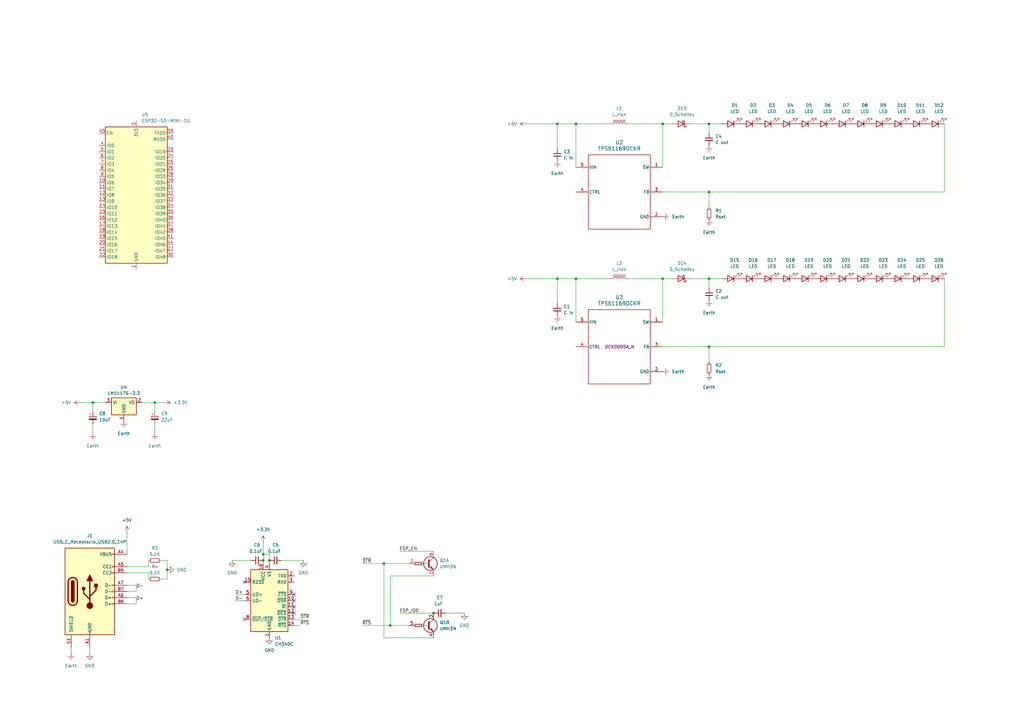
<source format=kicad_sch>
(kicad_sch (version 20231120) (generator "eeschema") (generator_version "8.0")
  (paper "A3")
  (lib_symbols
    (symbol "Connector:USB_C_Receptacle_USB2.0_14P" (pin_names (offset 1.016))
      (property "Reference" "J" (at 0 22.225 0))
      (property "Value" "USB_C_Receptacle_USB2.0_14P" (at 0 19.685 0))
      (symbol "USB_C_Receptacle_USB2.0_14P_0_0"
        (rectangle (start -0.254 -17.78) (end 0.254 -16.764))
        (rectangle (start 10.16 -4.826) (end 9.144 -5.334))
        (rectangle (start 10.16 -2.286) (end 9.144 -2.794))
        (rectangle (start 10.16 0.254) (end 9.144 -0.254))
        (rectangle (start 10.16 2.794) (end 9.144 2.286))
        (rectangle (start 10.16 7.874) (end 9.144 7.366))
        (rectangle (start 10.16 10.414) (end 9.144 9.906))
        (rectangle (start 10.16 15.494) (end 9.144 14.986))
      )
      (symbol "USB_C_Receptacle_USB2.0_14P_0_1"
        (rectangle (start -10.16 17.78) (end 10.16 -17.78) (stroke (width 0.254)) (fill (type background)))
        (arc (start -8.89 -3.81) (mid -6.985 -5.7067) (end -5.08 -3.81) (stroke (width 0.508)))
        (arc (start -7.62 -3.81) (mid -6.985 -4.4423) (end -6.35 -3.81) (stroke (width 0.254)))
        (arc (start -7.62 -3.81) (mid -6.985 -4.4423) (end -6.35 -3.81) (stroke (width 0.254)) (fill (type outline)))
        (rectangle (start -7.62 -3.81) (end -6.35 3.81) (stroke (width 0.254)) (fill (type outline)))
        (arc (start -6.35 3.81) (mid -6.985 4.4423) (end -7.62 3.81) (stroke (width 0.254)))
        (arc (start -6.35 3.81) (mid -6.985 4.4423) (end -7.62 3.81) (stroke (width 0.254)) (fill (type outline)))
        (arc (start -5.08 3.81) (mid -6.985 5.7067) (end -8.89 3.81) (stroke (width 0.508)))
        (circle (center -2.54 1.143) (radius 0.635) (stroke (width 0.254)) (fill (type outline)))
        (circle (center 0 -5.842) (radius 1.27) (fill (type outline)))
        (polyline (pts (xy -8.89 -3.81) (xy -8.89 3.81)) (stroke (width 0.508)))
        (polyline (pts (xy -5.08 3.81) (xy -5.08 -3.81)) (stroke (width 0.508)))
        (polyline (pts (xy 0 -5.842) (xy 0 4.318)) (stroke (width 0.508)))
        (polyline (pts (xy 0 -3.302) (xy -2.54 -0.762) (xy -2.54 0.508)) (stroke (width 0.508)))
        (polyline (pts (xy 0 -2.032) (xy 2.54 0.508) (xy 2.54 1.778)) (stroke (width 0.508)))
        (polyline (pts (xy -1.27 4.318) (xy 0 6.858) (xy 1.27 4.318) (xy -1.27 4.318)) (stroke (width 0.254)) (fill (type outline)))
        (rectangle (start 1.905 1.778) (end 3.175 3.048) (stroke (width 0.254)) (fill (type outline)))
      )
      (symbol "USB_C_Receptacle_USB2.0_14P_1_1"
        (pin passive line (at 0 -22.86 90) (length 5.08) (name "GND") (number "A1"))
        (pin passive line (at 0 -22.86 90) (length 5.08) hide (name "GND") (number "A12"))
        (pin passive line (at 15.24 15.24 180) (length 5.08) (name "VBUS") (number "A4"))
        (pin bidirectional line (at 15.24 10.16 180) (length 5.08) (name "CC1") (number "A5"))
        (pin bidirectional line (at 15.24 -2.54 180) (length 5.08) (name "D+") (number "A6"))
        (pin bidirectional line (at 15.24 2.54 180) (length 5.08) (name "D-") (number "A7"))
        (pin passive line (at 15.24 15.24 180) (length 5.08) hide (name "VBUS") (number "A9"))
        (pin passive line (at 0 -22.86 90) (length 5.08) hide (name "GND") (number "B1"))
        (pin passive line (at 0 -22.86 90) (length 5.08) hide (name "GND") (number "B12"))
        (pin passive line (at 15.24 15.24 180) (length 5.08) hide (name "VBUS") (number "B4"))
        (pin bidirectional line (at 15.24 7.62 180) (length 5.08) (name "CC2") (number "B5"))
        (pin bidirectional line (at 15.24 -5.08 180) (length 5.08) (name "D+") (number "B6"))
        (pin bidirectional line (at 15.24 0 180) (length 5.08) (name "D-") (number "B7"))
        (pin passive line (at 15.24 15.24 180) (length 5.08) hide (name "VBUS") (number "B9"))
        (pin passive line (at -7.62 -22.86 90) (length 5.08) (name "SHIELD") (number "S1"))
      )
    )
    (symbol "Device:C_Polarized_Small" (pin_numbers hide) (pin_names (offset 0.254) hide)
      (property "Reference" "C" (at 0.254 1.778 0))
      (property "Value" "C_Polarized_Small" (at 0.254 -2.032 0))
      (symbol "C_Polarized_Small_0_1"
        (rectangle (start -1.524 -0.3048) (end 1.524 -0.6858) (fill (type outline)))
        (rectangle (start -1.524 0.6858) (end 1.524 0.3048))
        (polyline (pts (xy -1.27 1.524) (xy -0.762 1.524)))
        (polyline (pts (xy -1.016 1.27) (xy -1.016 1.778)))
      )
      (symbol "C_Polarized_Small_1_1"
        (pin passive line (at 0 2.54 270) (length 1.8542) (name "~") (number "1"))
        (pin passive line (at 0 -2.54 90) (length 1.8542) (name "~") (number "2"))
      )
    )
    (symbol "Device:C_Small" (pin_numbers hide) (pin_names (offset 0.254) hide)
      (property "Reference" "C" (at 0.254 1.778 0))
      (property "Value" "C_Small" (at 0.254 -2.032 0))
      (symbol "C_Small_0_1"
        (polyline (pts (xy -1.524 -0.508) (xy 1.524 -0.508)) (stroke (width 0.3302)))
        (polyline (pts (xy -1.524 0.508) (xy 1.524 0.508)) (stroke (width 0.3048)))
      )
      (symbol "C_Small_1_1"
        (pin passive line (at 0 2.54 270) (length 2.032) (name "~") (number "1"))
        (pin passive line (at 0 -2.54 90) (length 2.032) (name "~") (number "2"))
      )
    )
    (symbol "Device:D_Schottky" (pin_numbers hide) (pin_names (offset 1.016) hide)
      (property "Reference" "D" (at 0 2.54 0))
      (property "Value" "D_Schottky" (at 0 -2.54 0))
      (symbol "D_Schottky_0_1"
        (polyline (pts (xy 1.27 0) (xy -1.27 0)))
        (polyline (pts (xy 1.27 1.27) (xy 1.27 -1.27) (xy -1.27 0) (xy 1.27 1.27)) (stroke (width 0.254)))
        (polyline (pts (xy -1.905 0.635) (xy -1.905 1.27) (xy -1.27 1.27) (xy -1.27 -1.27) (xy -0.635 -1.27) (xy -0.635 -0.635)) (stroke (width 0.254)))
      )
      (symbol "D_Schottky_1_1"
        (pin passive line (at -3.81 0 0) (length 2.54) (name "K") (number "1"))
        (pin passive line (at 3.81 0 180) (length 2.54) (name "A") (number "2"))
      )
    )
    (symbol "Device:LED" (pin_numbers hide) (pin_names (offset 1.016) hide)
      (property "Reference" "D" (at 0 2.54 0))
      (property "Value" "LED" (at 0 -2.54 0))
      (symbol "LED_0_1"
        (polyline (pts (xy -1.27 -1.27) (xy -1.27 1.27)) (stroke (width 0.254)))
        (polyline (pts (xy -1.27 0) (xy 1.27 0)))
        (polyline (pts (xy 1.27 -1.27) (xy 1.27 1.27) (xy -1.27 0) (xy 1.27 -1.27)) (stroke (width 0.254)))
        (polyline (pts (xy -3.048 -0.762) (xy -4.572 -2.286) (xy -3.81 -2.286) (xy -4.572 -2.286) (xy -4.572 -1.524)))
        (polyline (pts (xy -1.778 -0.762) (xy -3.302 -2.286) (xy -2.54 -2.286) (xy -3.302 -2.286) (xy -3.302 -1.524)))
      )
      (symbol "LED_1_1"
        (pin passive line (at -3.81 0 0) (length 2.54) (name "K") (number "1"))
        (pin passive line (at 3.81 0 180) (length 2.54) (name "A") (number "2"))
      )
    )
    (symbol "Device:L_Iron" (pin_numbers hide) (pin_names (offset 1.016) hide)
      (property "Reference" "L" (at -1.27 0 90))
      (property "Value" "L_Iron" (at 2.794 0 90))
      (symbol "L_Iron_0_1"
        (arc (start 0 -2.54) (mid 0.6323 -1.905) (end 0 -1.27))
        (arc (start 0 -1.27) (mid 0.6323 -0.635) (end 0 0))
        (polyline (pts (xy 1.016 2.54) (xy 1.016 -2.54)))
        (polyline (pts (xy 1.524 -2.54) (xy 1.524 2.54)))
        (arc (start 0 0) (mid 0.6323 0.635) (end 0 1.27))
        (arc (start 0 1.27) (mid 0.6323 1.905) (end 0 2.54))
      )
      (symbol "L_Iron_1_1"
        (pin passive line (at 0 3.81 270) (length 1.27) (name "1") (number "1"))
        (pin passive line (at 0 -3.81 90) (length 1.27) (name "2") (number "2"))
      )
    )
    (symbol "Device:R_Small" (pin_numbers hide) (pin_names (offset 0.254) hide)
      (property "Reference" "R" (at 0.762 0.508 0))
      (property "Value" "R_Small" (at 0.762 -1.016 0))
      (symbol "R_Small_0_1"
        (rectangle (start -0.762 1.778) (end 0.762 -1.778) (stroke (width 0.2032)))
      )
      (symbol "R_Small_1_1"
        (pin passive line (at 0 2.54 270) (length 0.762) (name "~") (number "1"))
        (pin passive line (at 0 -2.54 90) (length 0.762) (name "~") (number "2"))
      )
    )
    (symbol "Interface_USB:CH340C"
      (property "Reference" "U" (at -5.08 13.97 0))
      (property "Value" "CH340C" (at 1.27 13.97 0))
      (symbol "CH340C_0_1"
        (rectangle (start -7.62 12.7) (end 7.62 -12.7) (stroke (width 0.254)) (fill (type background)))
      )
      (symbol "CH340C_1_1"
        (pin power_in line (at 0 -15.24 90) (length 2.54) (name "GND") (number "1"))
        (pin input line (at 10.16 0 180) (length 2.54) (name "~{DSR}") (number "10"))
        (pin input line (at 10.16 -2.54 180) (length 2.54) (name "~{RI}") (number "11"))
        (pin input line (at 10.16 -5.08 180) (length 2.54) (name "~{DCD}") (number "12"))
        (pin output line (at 10.16 -7.62 180) (length 2.54) (name "~{DTR}") (number "13"))
        (pin output line (at 10.16 -10.16 180) (length 2.54) (name "~{RTS}") (number "14"))
        (pin input line (at -10.16 7.62 0) (length 2.54) (name "R232") (number "15"))
        (pin power_in line (at -2.54 15.24 270) (length 2.54) (name "VCC") (number "16"))
        (pin output line (at 10.16 10.16 180) (length 2.54) (name "TXD") (number "2"))
        (pin input line (at 10.16 7.62 180) (length 2.54) (name "RXD") (number "3"))
        (pin power_out line (at 0 15.24 270) (length 2.54) (name "V3") (number "4"))
        (pin bidirectional line (at -10.16 2.54 0) (length 2.54) (name "UD+") (number "5"))
        (pin bidirectional line (at -10.16 0 0) (length 2.54) (name "UD-") (number "6"))
        (pin no_connect line (at -7.62 -5.08 0) (length 2.54) hide (name "NC") (number "7"))
        (pin output line (at -10.16 -7.62 0) (length 2.54) (name "~{OUT}/~{DTR}") (number "8"))
        (pin input line (at 10.16 2.54 180) (length 2.54) (name "~{CTS}") (number "9"))
      )
    )
    (symbol "MCU_Espressif:ESP32-S3-MINI-1U"
      (property "Reference" "U" (at -11.43 29.21 0))
      (property "Value" "ESP32-S3-MINI-1U" (at 12.7 29.21 0))
      (symbol "ESP32-S3-MINI-1U_0_1"
        (rectangle (start -12.7 27.94) (end 12.7 -27.94) (stroke (width 0.254)) (fill (type background)))
      )
      (symbol "ESP32-S3-MINI-1U_1_1"
        (pin power_in line (at 0 -30.48 90) (length 2.54) (name "GND") (number "1"))
        (pin bidirectional line (at -15.24 5.08 0) (length 2.54) (name "IO6") (number "10"))
        (pin bidirectional line (at -15.24 2.54 0) (length 2.54) (name "IO7") (number "11"))
        (pin bidirectional line (at -15.24 0 0) (length 2.54) (name "IO8") (number "12"))
        (pin bidirectional line (at -15.24 -2.54 0) (length 2.54) (name "IO9") (number "13"))
        (pin bidirectional line (at -15.24 -5.08 0) (length 2.54) (name "IO10") (number "14"))
        (pin bidirectional line (at -15.24 -7.62 0) (length 2.54) (name "IO11") (number "15"))
        (pin bidirectional line (at -15.24 -10.16 0) (length 2.54) (name "IO12") (number "16"))
        (pin bidirectional line (at -15.24 -12.7 0) (length 2.54) (name "IO13") (number "17"))
        (pin bidirectional line (at -15.24 -15.24 0) (length 2.54) (name "IO14") (number "18"))
        (pin bidirectional line (at -15.24 -17.78 0) (length 2.54) (name "IO15") (number "19"))
        (pin passive line (at 0 -30.48 90) (length 2.54) hide (name "GND") (number "2"))
        (pin bidirectional line (at -15.24 -20.32 0) (length 2.54) (name "IO16") (number "20"))
        (pin bidirectional line (at -15.24 -22.86 0) (length 2.54) (name "IO17") (number "21"))
        (pin bidirectional line (at -15.24 -25.4 0) (length 2.54) (name "IO18") (number "22"))
        (pin bidirectional line (at 15.24 17.78 180) (length 2.54) (name "IO19") (number "23"))
        (pin bidirectional line (at 15.24 15.24 180) (length 2.54) (name "IO20") (number "24"))
        (pin bidirectional line (at 15.24 12.7 180) (length 2.54) (name "IO21") (number "25"))
        (pin bidirectional line (at 15.24 10.16 180) (length 2.54) (name "IO26") (number "26"))
        (pin bidirectional line (at 15.24 -22.86 180) (length 2.54) (name "IO47") (number "27"))
        (pin bidirectional line (at 15.24 7.62 180) (length 2.54) (name "IO33") (number "28"))
        (pin bidirectional line (at 15.24 5.08 180) (length 2.54) (name "IO34") (number "29"))
        (pin power_in line (at 0 30.48 270) (length 2.54) (name "3V3") (number "3"))
        (pin bidirectional line (at 15.24 -25.4 180) (length 2.54) (name "IO48") (number "30"))
        (pin bidirectional line (at 15.24 2.54 180) (length 2.54) (name "IO35") (number "31"))
        (pin bidirectional line (at 15.24 0 180) (length 2.54) (name "IO36") (number "32"))
        (pin bidirectional line (at 15.24 -2.54 180) (length 2.54) (name "IO37") (number "33"))
        (pin bidirectional line (at 15.24 -5.08 180) (length 2.54) (name "IO38") (number "34"))
        (pin bidirectional line (at 15.24 -7.62 180) (length 2.54) (name "IO39") (number "35"))
        (pin bidirectional line (at 15.24 -10.16 180) (length 2.54) (name "IO40") (number "36"))
        (pin bidirectional line (at 15.24 -12.7 180) (length 2.54) (name "IO41") (number "37"))
        (pin bidirectional line (at 15.24 -15.24 180) (length 2.54) (name "IO42") (number "38"))
        (pin bidirectional line (at 15.24 25.4 180) (length 2.54) (name "TXD0") (number "39"))
        (pin bidirectional line (at -15.24 20.32 0) (length 2.54) (name "IO0") (number "4"))
        (pin bidirectional line (at 15.24 22.86 180) (length 2.54) (name "RXD0") (number "40"))
        (pin bidirectional line (at 15.24 -17.78 180) (length 2.54) (name "IO45") (number "41"))
        (pin passive line (at 0 -30.48 90) (length 2.54) hide (name "GND") (number "42"))
        (pin passive line (at 0 -30.48 90) (length 2.54) hide (name "GND") (number "43"))
        (pin bidirectional line (at 15.24 -20.32 180) (length 2.54) (name "IO46") (number "44"))
        (pin input line (at -15.24 25.4 0) (length 2.54) (name "EN") (number "45"))
        (pin passive line (at 0 -30.48 90) (length 2.54) hide (name "GND") (number "46"))
        (pin passive line (at 0 -30.48 90) (length 2.54) hide (name "GND") (number "47"))
        (pin passive line (at 0 -30.48 90) (length 2.54) hide (name "GND") (number "48"))
        (pin passive line (at 0 -30.48 90) (length 2.54) hide (name "GND") (number "49"))
        (pin bidirectional line (at -15.24 17.78 0) (length 2.54) (name "IO1") (number "5"))
        (pin passive line (at 0 -30.48 90) (length 2.54) hide (name "GND") (number "50"))
        (pin passive line (at 0 -30.48 90) (length 2.54) hide (name "GND") (number "51"))
        (pin passive line (at 0 -30.48 90) (length 2.54) hide (name "GND") (number "52"))
        (pin passive line (at 0 -30.48 90) (length 2.54) hide (name "GND") (number "53"))
        (pin passive line (at 0 -30.48 90) (length 2.54) hide (name "GND") (number "54"))
        (pin passive line (at 0 -30.48 90) (length 2.54) hide (name "GND") (number "55"))
        (pin passive line (at 0 -30.48 90) (length 2.54) hide (name "GND") (number "56"))
        (pin passive line (at 0 -30.48 90) (length 2.54) hide (name "GND") (number "57"))
        (pin passive line (at 0 -30.48 90) (length 2.54) hide (name "GND") (number "58"))
        (pin passive line (at 0 -30.48 90) (length 2.54) hide (name "GND") (number "59"))
        (pin bidirectional line (at -15.24 15.24 0) (length 2.54) (name "IO2") (number "6"))
        (pin passive line (at 0 -30.48 90) (length 2.54) hide (name "GND") (number "60"))
        (pin passive line (at 0 -30.48 90) (length 2.54) hide (name "GND") (number "61"))
        (pin passive line (at 0 -30.48 90) (length 2.54) hide (name "GND") (number "62"))
        (pin passive line (at 0 -30.48 90) (length 2.54) hide (name "GND") (number "63"))
        (pin passive line (at 0 -30.48 90) (length 2.54) hide (name "GND") (number "64"))
        (pin passive line (at 0 -30.48 90) (length 2.54) hide (name "GND") (number "65"))
        (pin bidirectional line (at -15.24 12.7 0) (length 2.54) (name "IO3") (number "7"))
        (pin bidirectional line (at -15.24 10.16 0) (length 2.54) (name "IO4") (number "8"))
        (pin bidirectional line (at -15.24 7.62 0) (length 2.54) (name "IO5") (number "9"))
      )
    )
    (symbol "Regulator_Linear:LM1117S-3.3"
      (property "Reference" "U" (at -3.81 3.175 0))
      (property "Value" "LM1117S-3.3" (at 0 3.175 0))
      (symbol "LM1117S-3.3_0_1"
        (rectangle (start -5.08 -5.08) (end 5.08 1.905) (stroke (width 0.254)) (fill (type background)))
      )
      (symbol "LM1117S-3.3_1_1"
        (pin power_in line (at 0 -7.62 90) (length 2.54) (name "GND") (number "1"))
        (pin power_out line (at 7.62 0 180) (length 2.54) (name "VO") (number "2"))
        (pin power_in line (at -7.62 0 0) (length 2.54) (name "VI") (number "3"))
      )
    )
    (symbol "TPS61169DCKR:TPS61169DCKR" (pin_names (offset 0.254))
      (property "Reference" "U" (at 0 2.54 0))
      (property "Value" "TPS61169DCKR" (at 0 0 0))
      (symbol "TPS61169DCKR_0_1"
        (polyline (pts (xy -12.7 -15.24) (xy 12.7 -15.24)) (stroke (width 0.2032)))
        (polyline (pts (xy -12.7 15.24) (xy -12.7 -15.24)) (stroke (width 0.2032)))
        (polyline (pts (xy 12.7 -15.24) (xy 12.7 15.24)) (stroke (width 0.2032)))
        (polyline (pts (xy 12.7 15.24) (xy -12.7 15.24)) (stroke (width 0.2032)))
        (pin power_in line (at 17.78 10.16 180) (length 5.08) (name "SW") (number "1"))
        (pin power_in line (at 17.78 -10.16 180) (length 5.08) (name "GND") (number "2"))
        (pin input line (at 17.78 0 180) (length 5.08) (name "FB") (number "3"))
        (pin input line (at -17.78 0 0) (length 5.08) (name "CTRL") (number "4"))
        (pin power_in line (at -17.78 10.16 0) (length 5.08) (name "VIN") (number "5"))
      )
    )
    (symbol "Transistor_BJT:UMH3N" (pin_names hide)
      (property "Reference" "Q" (at 7.62 1.27 0))
      (property "Value" "UMH3N" (at 7.62 -1.27 0))
      (symbol "UMH3N_0_1"
        (polyline (pts (xy 3.175 0) (xy 0.254 0)))
        (polyline (pts (xy 3.175 0.635) (xy 5.08 2.54)))
        (polyline (pts (xy 3.175 1.524) (xy 3.175 -1.524)) (stroke (width 0.508)))
        (polyline (pts (xy 3.175 -0.635) (xy 5.08 -2.54) (xy 5.08 -2.54)))
        (polyline (pts (xy 3.81 -1.778) (xy 4.318 -1.27) (xy 4.826 -2.286) (xy 3.81 -1.778) (xy 3.81 -1.778)) (fill (type outline)))
        (rectangle (start 0.254 0.508) (end -2.54 -0.508) (stroke (width 0.254)))
        (circle (center 3.81 0) (radius 2.8194) (stroke (width 0.254)))
      )
      (symbol "UMH3N_1_1"
        (pin passive line (at 5.08 -5.08 90) (length 2.54) (name "E1") (number "1"))
        (pin input line (at -5.08 0 0) (length 2.54) (name "B1") (number "2"))
        (pin passive line (at 5.08 5.08 270) (length 2.54) (name "C1") (number "6"))
      )
      (symbol "UMH3N_2_1"
        (pin passive line (at 5.08 5.08 270) (length 2.54) (name "C2") (number "3"))
        (pin passive line (at 5.08 -5.08 90) (length 2.54) (name "E2") (number "4"))
        (pin input line (at -5.08 0 0) (length 2.54) (name "B2") (number "5"))
      )
    )
    (symbol "power:+3.3V" (power) (pin_numbers hide) (pin_names (offset 0) hide)
      (property "Value" "+3.3V" (at 0 3.556 0))
      (symbol "+3.3V_0_1"
        (polyline (pts (xy -0.762 1.27) (xy 0 2.54)))
        (polyline (pts (xy 0 0) (xy 0 2.54)))
        (polyline (pts (xy 0 2.54) (xy 0.762 1.27)))
      )
      (symbol "+3.3V_1_1"
        (pin power_in line (at 0 0 90) (length 0) (name "~") (number "1"))
      )
    )
    (symbol "power:+5V" (power) (pin_numbers hide) (pin_names (offset 0) hide)
      (property "Value" "+5V" (at 0 3.556 0))
      (symbol "+5V_0_1"
        (polyline (pts (xy -0.762 1.27) (xy 0 2.54)))
        (polyline (pts (xy 0 0) (xy 0 2.54)))
        (polyline (pts (xy 0 2.54) (xy 0.762 1.27)))
      )
      (symbol "+5V_1_1"
        (pin power_in line (at 0 0 90) (length 0) (name "~") (number "1"))
      )
    )
    (symbol "power:Earth" (power) (pin_numbers hide) (pin_names (offset 0) hide)
      (property "Value" "Earth" (at 0 -3.81 0))
      (symbol "Earth_0_1"
        (polyline (pts (xy -0.635 -1.905) (xy 0.635 -1.905)))
        (polyline (pts (xy -0.127 -2.54) (xy 0.127 -2.54)))
        (polyline (pts (xy 0 -1.27) (xy 0 0)))
        (polyline (pts (xy 1.27 -1.27) (xy -1.27 -1.27)))
      )
      (symbol "Earth_1_1"
        (pin power_in line (at 0 0 270) (length 0) (name "~") (number "1"))
      )
    )
    (symbol "power:GND" (power) (pin_numbers hide) (pin_names (offset 0) hide)
      (property "Value" "GND" (at 0 -3.81 0))
      (symbol "GND_0_1"
        (polyline (pts (xy 0 0) (xy 0 -1.27) (xy 1.27 -1.27) (xy 0 -2.54) (xy -1.27 -1.27) (xy 0 -1.27)))
      )
      (symbol "GND_1_1"
        (pin power_in line (at 0 0 270) (length 0) (name "~") (number "1"))
      )
    )
  )
  (junction (at 236.22 114.3))
  (junction (at 290.83 78.74))
  (junction (at 110.49 229.87))
  (junction (at 271.78 50.8))
  (junction (at 290.83 50.8))
  (junction (at 38.1 165.1))
  (junction (at 157.48 231.14))
  (junction (at 177.8 251.46))
  (junction (at 271.78 114.3))
  (junction (at 290.83 114.3))
  (junction (at 107.95 227.33))
  (junction (at 107.95 229.87))
  (junction (at 236.22 50.8))
  (junction (at 160.02 256.54))
  (junction (at 68.58 233.68))
  (junction (at 290.83 142.24))
  (junction (at 228.6 114.3))
  (junction (at 63.5 165.1))
  (junction (at 228.6 50.8))
  (no_connect (at 120.65 243.84))
  (no_connect (at 120.65 251.46))
  (no_connect (at 120.65 248.92))
  (no_connect (at 100.33 254))
  (no_connect (at 100.33 238.76))
  (no_connect (at 120.65 246.38))
  (wire (pts (xy 163.83 251.46) (xy 177.8 251.46)))
  (wire (pts (xy 107.95 229.87) (xy 107.95 227.33)))
  (wire (pts (xy 68.58 229.87) (xy 68.58 233.68)))
  (wire (pts (xy 38.1 173.99) (xy 38.1 177.8)))
  (wire (pts (xy 63.5 165.1) (xy 63.5 168.91)))
  (wire (pts (xy 157.48 231.14) (xy 157.48 261.62)))
  (wire (pts (xy 120.65 254) (xy 123.19 254)))
  (wire (pts (xy 387.35 50.8) (xy 387.35 78.74)))
  (wire (pts (xy 387.35 78.74) (xy 290.83 78.74)))
  (wire (pts (xy 36.83 265.43) (xy 36.83 267.97)))
  (wire (pts (xy 215.9 114.3) (xy 228.6 114.3)))
  (wire (pts (xy 160.02 236.22) (xy 177.8 236.22)))
  (wire (pts (xy 228.6 114.3) (xy 228.6 124.46)))
  (wire (pts (xy 110.49 227.33) (xy 107.95 227.33)))
  (wire (pts (xy 96.52 246.38) (xy 100.33 246.38)))
  (wire (pts (xy 33.02 165.1) (xy 38.1 165.1)))
  (wire (pts (xy 38.1 165.1) (xy 38.1 168.91)))
  (wire (pts (xy 29.21 265.43) (xy 29.21 267.97)))
  (wire (pts (xy 236.22 68.58) (xy 236.22 50.8)))
  (wire (pts (xy 387.35 114.3) (xy 387.35 142.24)))
  (wire (pts (xy 60.96 234.95) (xy 60.96 237.49)))
  (wire (pts (xy 160.02 236.22) (xy 160.02 256.54)))
  (wire (pts (xy 290.83 50.8) (xy 290.83 54.61)))
  (wire (pts (xy 52.07 232.41) (xy 60.96 232.41)))
  (wire (pts (xy 228.6 50.8) (xy 236.22 50.8)))
  (wire (pts (xy 52.07 234.95) (xy 60.96 234.95)))
  (wire (pts (xy 63.5 165.1) (xy 58.42 165.1)))
  (wire (pts (xy 290.83 114.3) (xy 290.83 118.11)))
  (wire (pts (xy 290.83 78.74) (xy 290.83 85.09)))
  (wire (pts (xy 68.58 237.49) (xy 68.58 233.68)))
  (wire (pts (xy 387.35 142.24) (xy 290.83 142.24)))
  (wire (pts (xy 228.6 114.3) (xy 236.22 114.3)))
  (wire (pts (xy 163.83 226.06) (xy 177.8 226.06)))
  (wire (pts (xy 257.81 50.8) (xy 271.78 50.8)))
  (wire (pts (xy 215.9 50.8) (xy 228.6 50.8)))
  (wire (pts (xy 283.21 114.3) (xy 290.83 114.3)))
  (wire (pts (xy 52.07 240.03) (xy 55.88 240.03)))
  (wire (pts (xy 95.25 229.87) (xy 102.87 229.87)))
  (wire (pts (xy 67.31 165.1) (xy 63.5 165.1)))
  (wire (pts (xy 160.02 256.54) (xy 167.64 256.54)))
  (wire (pts (xy 290.83 50.8) (xy 295.91 50.8)))
  (wire (pts (xy 283.21 50.8) (xy 290.83 50.8)))
  (wire (pts (xy 157.48 231.14) (xy 167.64 231.14)))
  (wire (pts (xy 271.78 68.58) (xy 271.78 50.8)))
  (wire (pts (xy 290.83 142.24) (xy 290.83 148.59)))
  (wire (pts (xy 107.95 231.14) (xy 107.95 229.87)))
  (wire (pts (xy 290.83 114.3) (xy 295.91 114.3)))
  (wire (pts (xy 66.04 237.49) (xy 68.58 237.49)))
  (wire (pts (xy 182.88 251.46) (xy 190.5 251.46)))
  (wire (pts (xy 66.04 229.87) (xy 68.58 229.87)))
  (wire (pts (xy 236.22 50.8) (xy 250.19 50.8)))
  (wire (pts (xy 115.57 229.87) (xy 124.46 229.87)))
  (wire (pts (xy 257.81 114.3) (xy 271.78 114.3)))
  (wire (pts (xy 52.07 245.11) (xy 55.88 245.11)))
  (wire (pts (xy 55.88 240.03) (xy 55.88 242.57)))
  (wire (pts (xy 236.22 132.08) (xy 236.22 114.3)))
  (wire (pts (xy 271.78 132.08) (xy 271.78 114.3)))
  (wire (pts (xy 290.83 78.74) (xy 271.78 78.74)))
  (wire (pts (xy 107.95 227.33) (xy 107.95 222.25)))
  (wire (pts (xy 52.07 242.57) (xy 55.88 242.57)))
  (wire (pts (xy 52.07 247.65) (xy 55.88 247.65)))
  (wire (pts (xy 110.49 229.87) (xy 110.49 227.33)))
  (wire (pts (xy 96.52 243.84) (xy 100.33 243.84)))
  (wire (pts (xy 271.78 114.3) (xy 275.59 114.3)))
  (wire (pts (xy 148.59 231.14) (xy 157.48 231.14)))
  (wire (pts (xy 120.65 256.54) (xy 123.19 256.54)))
  (wire (pts (xy 110.49 231.14) (xy 110.49 229.87)))
  (wire (pts (xy 52.07 218.44) (xy 52.07 227.33)))
  (wire (pts (xy 38.1 165.1) (xy 43.18 165.1)))
  (wire (pts (xy 55.88 245.11) (xy 55.88 247.65)))
  (wire (pts (xy 157.48 261.62) (xy 177.8 261.62)))
  (wire (pts (xy 148.59 256.54) (xy 160.02 256.54)))
  (wire (pts (xy 271.78 50.8) (xy 275.59 50.8)))
  (wire (pts (xy 290.83 142.24) (xy 271.78 142.24)))
  (wire (pts (xy 236.22 114.3) (xy 250.19 114.3)))
  (wire (pts (xy 60.96 232.41) (xy 60.96 229.87)))
  (wire (pts (xy 63.5 173.99) (xy 63.5 177.8)))
  (wire (pts (xy 228.6 50.8) (xy 228.6 60.96)))
  (label "ESP_IO0" (at 163.83 251.46 0))
  (label "D-" (at 55.88 241.3 0))
  (label "~{RTS}" (at 123.19 256.54 0))
  (label "D+" (at 55.88 246.38 0))
  (label "~{DTR}" (at 123.19 254 0))
  (label "~{RTS}" (at 148.59 256.54 0))
  (label "D+" (at 96.52 243.84 0))
  (label "~{DTR}" (at 148.59 231.14 0))
  (label "ESP_EN" (at 163.83 226.06 0))
  (label "D-" (at 96.52 246.38 0))
  (symbol (lib_id "Device:LED") (at 383.54 50.8 180) (unit 1)
    (property "Reference" "D12" (at 385.1275 43.18 0))
    (property "Value" "LED" (at 385.1275 45.72 0))
    (property "Footprint" "LED_SMD:LED_SPMWHD32AMH0XAR0PR" (effects (hide yes)))
    (property "Description" "Light emitting diode" (effects (hide yes)))
  )
  (symbol (lib_id "Device:D_Schottky") (at 279.4 114.3 180) (unit 1)
    (property "Reference" "D14" (at 279.7175 107.95 0))
    (property "Value" "D_Schottky" (at 279.7175 110.49 0))
    (property "Description" "Schottky diode" (effects (hide yes)))
  )
  (symbol (lib_id "Device:LED") (at 375.92 50.8 180) (unit 1)
    (property "Reference" "D11" (at 377.5075 43.18 0))
    (property "Value" "LED" (at 377.5075 45.72 0))
    (property "Footprint" "LED_SMD:LED_SPMWHD32AMH0XAR0PR" (effects (hide yes)))
    (property "Description" "Light emitting diode" (effects (hide yes)))
  )
  (symbol (lib_id "Interface_USB:CH340C") (at 110.49 246.38 0) (unit 1)
    (property "Reference" "U1" (at 112.6841 261.62 0) (effects (justify left)))
    (property "Value" "CH340C" (at 112.6841 264.16 0) (effects (justify left)))
    (property "Footprint" "Package_SO:SOIC-16_3.9x9.9mm_P1.27mm" (effects (hide yes)))
    (property "Datasheet" "https://datasheet.lcsc.com/szlcsc/Jiangsu-Qin-Heng-CH340C_C84681.pdf" (effects (hide yes)))
    (property "Description" "USB serial converter, UART, SOIC-16" (effects (hide yes)))
  )
  (symbol (lib_id "Device:LED") (at 299.72 50.8 180) (unit 1)
    (property "Reference" "D1" (at 301.3075 43.18 0))
    (property "Value" "LED" (at 301.3075 45.72 0))
    (property "Footprint" "LED_SMD:LED_SPMWHD32AMH0XAR0PR" (effects (hide yes)))
    (property "Description" "Light emitting diode" (effects (hide yes)))
  )
  (symbol (lib_id "Device:C_Small") (at 105.41 229.87 90) (unit 1)
    (property "Reference" "C6" (at 105.4163 223.52 90))
    (property "Value" "0.1uF " (at 105.4163 226.06 90))
    (property "Description" "Unpolarized capacitor, small symbol" (effects (hide yes)))
  )
  (symbol (lib_id "Device:LED") (at 368.3 50.8 180) (unit 1)
    (property "Reference" "D10" (at 369.8875 43.18 0))
    (property "Value" "LED" (at 369.8875 45.72 0))
    (property "Footprint" "LED_SMD:LED_SPMWHD32AMH0XAR0PR" (effects (hide yes)))
    (property "Description" "Light emitting diode" (effects (hide yes)))
  )
  (symbol (lib_id "Device:C_Polarized_Small") (at 38.1 171.45 0) (unit 1)
    (property "Reference" "C8" (at 40.64 169.6338 0) (effects (justify left)))
    (property "Value" "10uF" (at 40.64 172.1738 0) (effects (justify left)))
    (property "Description" "Polarized capacitor, small symbol" (effects (hide yes)))
  )
  (symbol (lib_id "Device:LED") (at 314.96 50.8 180) (unit 1)
    (property "Reference" "D3" (at 316.5475 43.18 0))
    (property "Value" "LED" (at 316.5475 45.72 0))
    (property "Footprint" "LED_SMD:LED_SPMWHD32AMH0XAR0PR" (effects (hide yes)))
    (property "Description" "Light emitting diode" (effects (hide yes)))
  )
  (symbol (lib_id "Device:R_Small") (at 290.83 151.13 0) (unit 1)
    (property "Reference" "R2" (at 293.37 149.8599 0) (effects (justify left)))
    (property "Value" "Rset" (at 293.37 152.3999 0) (effects (justify left)))
    (property "Description" "Resistor, small symbol" (effects (hide yes)))
  )
  (symbol (lib_id "Device:LED") (at 307.34 114.3 180) (unit 1)
    (property "Reference" "D16" (at 308.9275 106.68 0))
    (property "Value" "LED" (at 308.9275 109.22 0))
    (property "Footprint" "LED_SMD:LED_SPMWHD32AMH0XAR0PR" (effects (hide yes)))
    (property "Description" "Light emitting diode" (effects (hide yes)))
  )
  (symbol (lib_id "Device:LED") (at 375.92 114.3 180) (unit 1)
    (property "Reference" "D25" (at 377.5075 106.68 0))
    (property "Value" "LED" (at 377.5075 109.22 0))
    (property "Footprint" "LED_SMD:LED_SPMWHD32AMH0XAR0PR" (effects (hide yes)))
    (property "Description" "Light emitting diode" (effects (hide yes)))
  )
  (symbol (lib_id "Device:LED") (at 337.82 114.3 180) (unit 1)
    (property "Reference" "D20" (at 339.4075 106.68 0))
    (property "Value" "LED" (at 339.4075 109.22 0))
    (property "Footprint" "LED_SMD:LED_SPMWHD32AMH0XAR0PR" (effects (hide yes)))
    (property "Description" "Light emitting diode" (effects (hide yes)))
  )
  (symbol (lib_id "power:GND") (at 95.25 229.87 0) (unit 1)
    (property "Reference" "#PWR018" (effects (hide yes)))
    (property "Value" "GND" (at 95.25 234.95 0))
    (property "Description" "Power symbol creates a global label with name \"GND\" , ground" (effects (hide yes)))
  )
  (symbol (lib_id "power:+3.3V") (at 107.95 222.25 0) (unit 1)
    (property "Reference" "#PWR01" (effects (hide yes)))
    (property "Value" "+3.3V" (at 107.95 217.17 0))
    (property "Description" "Power symbol creates a global label with name \"+3.3V\"" (effects (hide yes)))
  )
  (symbol (lib_id "Transistor_BJT:UMH3N") (at 172.72 256.54 0) (unit 2)
    (property "Reference" "Q1" (at 180.34 255.2699 0) (effects (justify left)))
    (property "Value" "UMH3N" (at 180.34 257.8099 0) (effects (justify left)))
    (property "Footprint" "Package_TO_SOT_SMD:SOT-363_SC-70-6" (effects (hide yes)))
    (property "Datasheet" "http://rohmfs.rohm.com/en/products/databook/datasheet/discrete/transistor/digital/emh3t2r-e.pdf" (effects (hide yes)))
    (property "Description" "0.1A Ic, 50V Vce, Dual NPN Input Resistor Transistors, SOT-363" (effects (hide yes)))
  )
  (symbol (lib_id "Connector:USB_C_Receptacle_USB2.0_14P") (at 36.83 242.57 0) (unit 1)
    (property "Reference" "J1" (at 36.83 219.71 0))
    (property "Value" "USB_C_Receptacle_USB2.0_14P" (at 36.83 222.25 0))
    (property "Footprint" "Connector_USB:USB_C_Receptacle_GCT_USB4105-xx-A_16P_TopMnt_Horizontal" (effects (hide yes)))
    (property "Datasheet" "https://www.usb.org/sites/default/files/documents/usb_type-c.zip" (effects (hide yes)))
    (property "Description" "USB 2.0-only 14P Type-C Receptacle connector" (effects (hide yes)))
  )
  (symbol (lib_id "power:Earth") (at 50.8 172.72 0) (unit 1)
    (property "Reference" "#PWR022" (effects (hide yes)))
    (property "Value" "Earth" (at 50.8 177.8 0))
    (property "Description" "Power symbol creates a global label with name \"Earth\"" (effects (hide yes)))
  )
  (symbol (lib_id "power:Earth") (at 271.78 88.9 90) (unit 1)
    (property "Reference" "#PWR04" (effects (hide yes)))
    (property "Value" "Earth" (at 275.59 88.8999 90) (effects (justify right)))
    (property "Description" "Power symbol creates a global label with name \"Earth\"" (effects (hide yes)))
  )
  (symbol (lib_id "Device:LED") (at 345.44 50.8 180) (unit 1)
    (property "Reference" "D7" (at 347.0275 43.18 0))
    (property "Value" "LED" (at 347.0275 45.72 0))
    (property "Footprint" "LED_SMD:LED_SPMWHD32AMH0XAR0PR" (effects (hide yes)))
    (property "Description" "Light emitting diode" (effects (hide yes)))
  )
  (symbol (lib_id "Device:LED") (at 330.2 114.3 180) (unit 1)
    (property "Reference" "D19" (at 331.7875 106.68 0))
    (property "Value" "LED" (at 331.7875 109.22 0))
    (property "Footprint" "LED_SMD:LED_SPMWHD32AMH0XAR0PR" (effects (hide yes)))
    (property "Description" "Light emitting diode" (effects (hide yes)))
  )
  (symbol (lib_id "power:Earth") (at 63.5 177.8 0) (unit 1)
    (property "Reference" "#PWR024" (effects (hide yes)))
    (property "Value" "Earth" (at 63.5 182.88 0))
    (property "Description" "Power symbol creates a global label with name \"Earth\"" (effects (hide yes)))
  )
  (symbol (lib_id "power:Earth") (at 290.83 59.69 0) (unit 1)
    (property "Reference" "#PWR05" (effects (hide yes)))
    (property "Value" "Earth" (at 290.83 64.77 0))
    (property "Description" "Power symbol creates a global label with name \"Earth\"" (effects (hide yes)))
  )
  (symbol (lib_id "Device:C_Small") (at 228.6 127 0) (unit 1)
    (property "Reference" "C1" (at 231.14 125.7362 0) (effects (justify left)))
    (property "Value" "C in" (at 231.14 128.2762 0) (effects (justify left)))
    (property "Description" "Unpolarized capacitor, small symbol" (effects (hide yes)))
  )
  (symbol (lib_id "power:Earth") (at 38.1 177.8 0) (unit 1)
    (property "Reference" "#PWR023" (effects (hide yes)))
    (property "Value" "Earth" (at 38.1 182.88 0))
    (property "Description" "Power symbol creates a global label with name \"Earth\"" (effects (hide yes)))
  )
  (symbol (lib_id "Device:L_Iron") (at 254 114.3 90) (unit 1)
    (property "Reference" "L2" (at 254 107.95 90))
    (property "Value" "L_Iron" (at 254 110.49 90))
    (property "Description" "Inductor with iron core" (effects (hide yes)))
  )
  (symbol (lib_id "power:+5V") (at 215.9 50.8 90) (unit 1)
    (property "Reference" "#PWR07" (effects (hide yes)))
    (property "Value" "+5V" (at 212.09 50.7999 90) (effects (justify left)))
    (property "Description" "Power symbol creates a global label with name \"+5V\"" (effects (hide yes)))
  )
  (symbol (lib_id "Device:C_Polarized_Small") (at 63.5 171.45 0) (unit 1)
    (property "Reference" "C9" (at 66.04 169.6338 0) (effects (justify left)))
    (property "Value" "22uF" (at 66.04 172.1738 0) (effects (justify left)))
    (property "Description" "Polarized capacitor, small symbol" (effects (hide yes)))
  )
  (symbol (lib_id "Device:LED") (at 322.58 50.8 180) (unit 1)
    (property "Reference" "D4" (at 324.1675 43.18 0))
    (property "Value" "LED" (at 324.1675 45.72 0))
    (property "Footprint" "LED_SMD:LED_SPMWHD32AMH0XAR0PR" (effects (hide yes)))
    (property "Description" "Light emitting diode" (effects (hide yes)))
  )
  (symbol (lib_id "Device:LED") (at 360.68 114.3 180) (unit 1)
    (property "Reference" "D23" (at 362.2675 106.68 0))
    (property "Value" "LED" (at 362.2675 109.22 0))
    (property "Footprint" "LED_SMD:LED_SPMWHD32AMH0XAR0PR" (effects (hide yes)))
    (property "Description" "Light emitting diode" (effects (hide yes)))
  )
  (symbol (lib_id "Device:LED") (at 314.96 114.3 180) (unit 1)
    (property "Reference" "D17" (at 316.5475 106.68 0))
    (property "Value" "LED" (at 316.5475 109.22 0))
    (property "Footprint" "LED_SMD:LED_SPMWHD32AMH0XAR0PR" (effects (hide yes)))
    (property "Description" "Light emitting diode" (effects (hide yes)))
  )
  (symbol (lib_id "Device:L_Iron") (at 254 50.8 90) (unit 1)
    (property "Reference" "L1" (at 254 44.45 90))
    (property "Value" "L_Iron" (at 254 46.99 90))
    (property "Description" "Inductor with iron core" (effects (hide yes)))
  )
  (symbol (lib_id "power:Earth") (at 228.6 129.54 0) (unit 1)
    (property "Reference" "#PWR014" (effects (hide yes)))
    (property "Value" "Earth" (at 228.6 134.62 0))
    (property "Description" "Power symbol creates a global label with name \"Earth\"" (effects (hide yes)))
  )
  (symbol (lib_id "Device:LED") (at 353.06 50.8 180) (unit 1)
    (property "Reference" "D8" (at 354.6475 43.18 0))
    (property "Value" "LED" (at 354.6475 45.72 0))
    (property "Footprint" "LED_SMD:LED_SPMWHD32AMH0XAR0PR" (effects (hide yes)))
    (property "Description" "Light emitting diode" (effects (hide yes)))
  )
  (symbol (lib_id "Device:R_Small") (at 290.83 87.63 0) (unit 1)
    (property "Reference" "R1" (at 293.37 86.3599 0) (effects (justify left)))
    (property "Value" "Rset" (at 293.37 88.8999 0) (effects (justify left)))
    (property "Description" "Resistor, small symbol" (effects (hide yes)))
  )
  (symbol (lib_id "Device:LED") (at 299.72 114.3 180) (unit 1)
    (property "Reference" "D15" (at 301.3075 106.68 0))
    (property "Value" "LED" (at 301.3075 109.22 0))
    (property "Footprint" "LED_SMD:LED_SPMWHD32AMH0XAR0PR" (effects (hide yes)))
    (property "Description" "Light emitting diode" (effects (hide yes)))
  )
  (symbol (lib_id "Transistor_BJT:UMH3N") (at 172.72 231.14 0) (unit 1)
    (property "Reference" "Q1" (at 180.34 229.8699 0) (effects (justify left)))
    (property "Value" "UMH3N" (at 180.34 232.4099 0) (effects (justify left)))
    (property "Footprint" "Package_TO_SOT_SMD:SOT-363_SC-70-6" (effects (hide yes)))
    (property "Datasheet" "http://rohmfs.rohm.com/en/products/databook/datasheet/discrete/transistor/digital/emh3t2r-e.pdf" (effects (hide yes)))
    (property "Description" "0.1A Ic, 50V Vce, Dual NPN Input Resistor Transistors, SOT-363" (effects (hide yes)))
  )
  (symbol (lib_id "power:GND") (at 68.58 233.68 90) (unit 1)
    (property "Reference" "#PWR010" (effects (hide yes)))
    (property "Value" "GND" (at 72.39 233.6799 90) (effects (justify right)))
    (property "Description" "Power symbol creates a global label with name \"GND\" , ground" (effects (hide yes)))
  )
  (symbol (lib_id "power:Earth") (at 290.83 123.19 0) (unit 1)
    (property "Reference" "#PWR016" (effects (hide yes)))
    (property "Value" "Earth" (at 290.83 128.27 0))
    (property "Description" "Power symbol creates a global label with name \"Earth\"" (effects (hide yes)))
  )
  (symbol (lib_id "Device:C_Small") (at 290.83 120.65 0) (unit 1)
    (property "Reference" "C2" (at 293.37 119.3862 0) (effects (justify left)))
    (property "Value" "C out" (at 293.37 121.9262 0) (effects (justify left)))
    (property "Description" "Unpolarized capacitor, small symbol" (effects (hide yes)))
  )
  (symbol (lib_id "power:Earth") (at 290.83 90.17 0) (unit 1)
    (property "Reference" "#PWR06" (effects (hide yes)))
    (property "Value" "Earth" (at 290.83 95.25 0))
    (property "Description" "Power symbol creates a global label with name \"Earth\"" (effects (hide yes)))
  )
  (symbol (lib_id "Device:R_Small") (at 63.5 237.49 90) (unit 1)
    (property "Reference" "R4" (at 63.5 232.41 90))
    (property "Value" "5.1K" (at 63.5 234.95 90))
    (property "Description" "Resistor, small symbol" (effects (hide yes)))
  )
  (symbol (lib_id "power:Earth") (at 228.6 66.04 0) (unit 1)
    (property "Reference" "#PWR08" (effects (hide yes)))
    (property "Value" "Earth" (at 228.6 71.12 0))
    (property "Description" "Power symbol creates a global label with name \"Earth\"" (effects (hide yes)))
  )
  (symbol (lib_id "Device:LED") (at 345.44 114.3 180) (unit 1)
    (property "Reference" "D21" (at 347.0275 106.68 0))
    (property "Value" "LED" (at 347.0275 109.22 0))
    (property "Footprint" "LED_SMD:LED_SPMWHD32AMH0XAR0PR" (effects (hide yes)))
    (property "Description" "Light emitting diode" (effects (hide yes)))
  )
  (symbol (lib_id "TPS61169DCKR:TPS61169DCKR") (at 254 78.74 0) (unit 1)
    (property "Reference" "U2" (at 254 58.42 0) (effects (font (size 1.524 1.524))))
    (property "Value" "TPS61169DCKR" (at 254 60.96 0) (effects (font (size 1.524 1.524))))
    (property "Footprint" "DCK0005A_N" (effects (hide yes)))
    (property "Datasheet" "TPS61169DCKR" (effects (hide yes)))
  )
  (symbol (lib_id "Device:LED") (at 383.54 114.3 180) (unit 1)
    (property "Reference" "D26" (at 385.1275 106.68 0))
    (property "Value" "LED" (at 385.1275 109.22 0))
    (property "Footprint" "LED_SMD:LED_SPMWHD32AMH0XAR0PR" (effects (hide yes)))
    (property "Description" "Light emitting diode" (effects (hide yes)))
  )
  (symbol (lib_id "Device:LED") (at 307.34 50.8 180) (unit 1)
    (property "Reference" "D2" (at 308.9275 43.18 0))
    (property "Value" "LED" (at 308.9275 45.72 0))
    (property "Footprint" "LED_SMD:LED_SPMWHD32AMH0XAR0PR" (effects (hide yes)))
    (property "Description" "Light emitting diode" (effects (hide yes)))
  )
  (symbol (lib_id "Device:C_Small") (at 290.83 57.15 0) (unit 1)
    (property "Reference" "C4" (at 293.37 55.8862 0) (effects (justify left)))
    (property "Value" "C out" (at 293.37 58.4262 0) (effects (justify left)))
    (property "Description" "Unpolarized capacitor, small symbol" (effects (hide yes)))
  )
  (symbol (lib_id "Regulator_Linear:LM1117S-3.3") (at 50.8 165.1 0) (unit 1)
    (property "Reference" "U4" (at 50.8 158.75 0))
    (property "Value" "LM1117S-3.3" (at 50.8 161.29 0))
    (property "Footprint" "Package_TO_SOT_SMD:TO-263-3_TabPin2" (effects (hide yes)))
    (property "Datasheet" "http://www.ti.com/lit/ds/symlink/lm1117.pdf" (effects (hide yes)))
    (property "Description" "800mA Low-Dropout Linear Regulator, 3.3V fixed output, TO-263" (effects (hide yes)))
  )
  (symbol (lib_id "Device:LED") (at 368.3 114.3 180) (unit 1)
    (property "Reference" "D24" (at 369.8875 106.68 0))
    (property "Value" "LED" (at 369.8875 109.22 0))
    (property "Footprint" "LED_SMD:LED_SPMWHD32AMH0XAR0PR" (effects (hide yes)))
    (property "Description" "Light emitting diode" (effects (hide yes)))
  )
  (symbol (lib_id "Device:C_Small") (at 228.6 63.5 0) (unit 1)
    (property "Reference" "C3" (at 231.14 62.2362 0) (effects (justify left)))
    (property "Value" "C in" (at 231.14 64.7762 0) (effects (justify left)))
    (property "Description" "Unpolarized capacitor, small symbol" (effects (hide yes)))
  )
  (symbol (lib_id "power:GND") (at 110.49 261.62 0) (unit 1)
    (property "Reference" "#PWR011" (effects (hide yes)))
    (property "Value" "GND" (at 110.49 266.7 0))
    (property "Description" "Power symbol creates a global label with name \"GND\" , ground" (effects (hide yes)))
  )
  (symbol (lib_id "power:Earth") (at 290.83 153.67 0) (unit 1)
    (property "Reference" "#PWR017" (effects (hide yes)))
    (property "Value" "Earth" (at 290.83 158.75 0))
    (property "Description" "Power symbol creates a global label with name \"Earth\"" (effects (hide yes)))
  )
  (symbol (lib_id "Device:LED") (at 330.2 50.8 180) (unit 1)
    (property "Reference" "D5" (at 331.7875 43.18 0))
    (property "Value" "LED" (at 331.7875 45.72 0))
    (property "Footprint" "LED_SMD:LED_SPMWHD32AMH0XAR0PR" (effects (hide yes)))
    (property "Description" "Light emitting diode" (effects (hide yes)))
  )
  (symbol (lib_id "TPS61169DCKR:TPS61169DCKR") (at 254 142.24 0) (unit 1)
    (property "Reference" "U3" (at 254 121.92 0) (effects (font (size 1.524 1.524))))
    (property "Value" "TPS61169DCKR" (at 254 124.46 0) (effects (font (size 1.524 1.524))))
    (property "Footprint" "DCK0005A_N" (at 254 142.24 0) (effects (font (italic yes))))
    (property "Datasheet" "TPS61169DCKR" (effects (hide yes)))
  )
  (symbol (lib_id "power:Earth") (at 271.78 152.4 90) (unit 1)
    (property "Reference" "#PWR015" (effects (hide yes)))
    (property "Value" "Earth" (at 275.59 152.3999 90) (effects (justify right)))
    (property "Description" "Power symbol creates a global label with name \"Earth\"" (effects (hide yes)))
  )
  (symbol (lib_id "power:GND") (at 36.83 267.97 0) (unit 1)
    (property "Reference" "#PWR012" (effects (hide yes)))
    (property "Value" "GND" (at 36.83 273.05 0))
    (property "Description" "Power symbol creates a global label with name \"GND\" , ground" (effects (hide yes)))
  )
  (symbol (lib_id "power:GND") (at 124.46 229.87 0) (unit 1)
    (property "Reference" "#PWR02" (effects (hide yes)))
    (property "Value" "GND" (at 124.46 234.95 0))
    (property "Description" "Power symbol creates a global label with name \"GND\" , ground" (effects (hide yes)))
  )
  (symbol (lib_id "MCU_Espressif:ESP32-S3-MINI-1U") (at 55.88 80.01 0) (unit 1)
    (property "Reference" "U5" (at 58.0741 46.99 0) (effects (justify left)))
    (property "Value" "ESP32-S3-MINI-1U" (at 58.0741 49.53 0) (effects (justify left)))
    (property "Footprint" "RF_Module:ESP32-S2-MINI-1U" (effects (hide yes)))
    (property "Datasheet" "https://www.espressif.com/sites/default/files/documentation/esp32-s3-mini-1_mini-1u_datasheet_en.pdf" (effects (hide yes)))
    (property "Description" "RF Module, ESP32-S3 SoC, Wi-Fi 802.11b/g/n, Bluetooth, BLE, 32-bit, 3.3V, SMD, external antenna" (effects (hide yes)))
  )
  (symbol (lib_id "Device:C_Small") (at 180.34 251.46 90) (unit 1)
    (property "Reference" "C7" (at 180.3463 245.11 90))
    (property "Value" "1uF " (at 180.3463 247.65 90))
    (property "Description" "Unpolarized capacitor, small symbol" (effects (hide yes)))
  )
  (symbol (lib_id "power:GND") (at 190.5 251.46 0) (unit 1)
    (property "Reference" "#PWR019" (effects (hide yes)))
    (property "Value" "GND" (at 190.5 256.54 0))
    (property "Description" "Power symbol creates a global label with name \"GND\" , ground" (effects (hide yes)))
  )
  (symbol (lib_id "power:+5V") (at 33.02 165.1 90) (unit 1)
    (property "Reference" "#PWR021" (effects (hide yes)))
    (property "Value" "+5V" (at 29.21 165.0999 90) (effects (justify left)))
    (property "Description" "Power symbol creates a global label with name \"+5V\"" (effects (hide yes)))
  )
  (symbol (lib_id "Device:LED") (at 322.58 114.3 180) (unit 1)
    (property "Reference" "D18" (at 324.1675 106.68 0))
    (property "Value" "LED" (at 324.1675 109.22 0))
    (property "Footprint" "LED_SMD:LED_SPMWHD32AMH0XAR0PR" (effects (hide yes)))
    (property "Description" "Light emitting diode" (effects (hide yes)))
  )
  (symbol (lib_id "Device:LED") (at 360.68 50.8 180) (unit 1)
    (property "Reference" "D9" (at 362.2675 43.18 0))
    (property "Value" "LED" (at 362.2675 45.72 0))
    (property "Footprint" "LED_SMD:LED_SPMWHD32AMH0XAR0PR" (effects (hide yes)))
    (property "Description" "Light emitting diode" (effects (hide yes)))
  )
  (symbol (lib_id "Device:C_Small") (at 113.03 229.87 90) (unit 1)
    (property "Reference" "C5" (at 113.0363 223.52 90))
    (property "Value" "0.1uF " (at 113.0363 226.06 90))
    (property "Description" "Unpolarized capacitor, small symbol" (effects (hide yes)))
  )
  (symbol (lib_id "power:+5V") (at 52.07 218.44 0) (unit 1)
    (property "Reference" "#PWR03" (effects (hide yes)))
    (property "Value" "+5V" (at 52.07 213.36 0))
    (property "Description" "Power symbol creates a global label with name \"+5V\"" (effects (hide yes)))
  )
  (symbol (lib_id "Device:LED") (at 337.82 50.8 180) (unit 1)
    (property "Reference" "D6" (at 339.4075 43.18 0))
    (property "Value" "LED" (at 339.4075 45.72 0))
    (property "Footprint" "LED_SMD:LED_SPMWHD32AMH0XAR0PR" (effects (hide yes)))
    (property "Description" "Light emitting diode" (effects (hide yes)))
  )
  (symbol (lib_id "Device:LED") (at 353.06 114.3 180) (unit 1)
    (property "Reference" "D22" (at 354.6475 106.68 0))
    (property "Value" "LED" (at 354.6475 109.22 0))
    (property "Footprint" "LED_SMD:LED_SPMWHD32AMH0XAR0PR" (effects (hide yes)))
    (property "Description" "Light emitting diode" (effects (hide yes)))
  )
  (symbol (lib_id "power:Earth") (at 29.21 267.97 0) (unit 1)
    (property "Reference" "#PWR013" (effects (hide yes)))
    (property "Value" "Earth" (at 29.21 273.05 0))
    (property "Description" "Power symbol creates a global label with name \"Earth\"" (effects (hide yes)))
  )
  (symbol (lib_id "Device:R_Small") (at 63.5 229.87 90) (unit 1)
    (property "Reference" "R3" (at 63.5 224.79 90))
    (property "Value" "5.1K" (at 63.5 227.33 90))
    (property "Description" "Resistor, small symbol" (effects (hide yes)))
  )
  (symbol (lib_id "power:+3.3V") (at 67.31 165.1 270) (unit 1)
    (property "Reference" "#PWR020" (effects (hide yes)))
    (property "Value" "+3.3V" (at 71.12 165.0999 90) (effects (justify left)))
    (property "Description" "Power symbol creates a global label with name \"+3.3V\"" (effects (hide yes)))
  )
  (symbol (lib_id "Device:D_Schottky") (at 279.4 50.8 180) (unit 1)
    (property "Reference" "D13" (at 279.7175 44.45 0))
    (property "Value" "D_Schottky" (at 279.7175 46.99 0))
    (property "Description" "Schottky diode" (effects (hide yes)))
  )
  (symbol (lib_id "power:+5V") (at 215.9 114.3 90) (unit 1)
    (property "Reference" "#PWR09" (effects (hide yes)))
    (property "Value" "+5V" (at 212.09 114.2999 90) (effects (justify left)))
    (property "Description" "Power symbol creates a global label with name \"+5V\"" (effects (hide yes)))
  )
)
</source>
